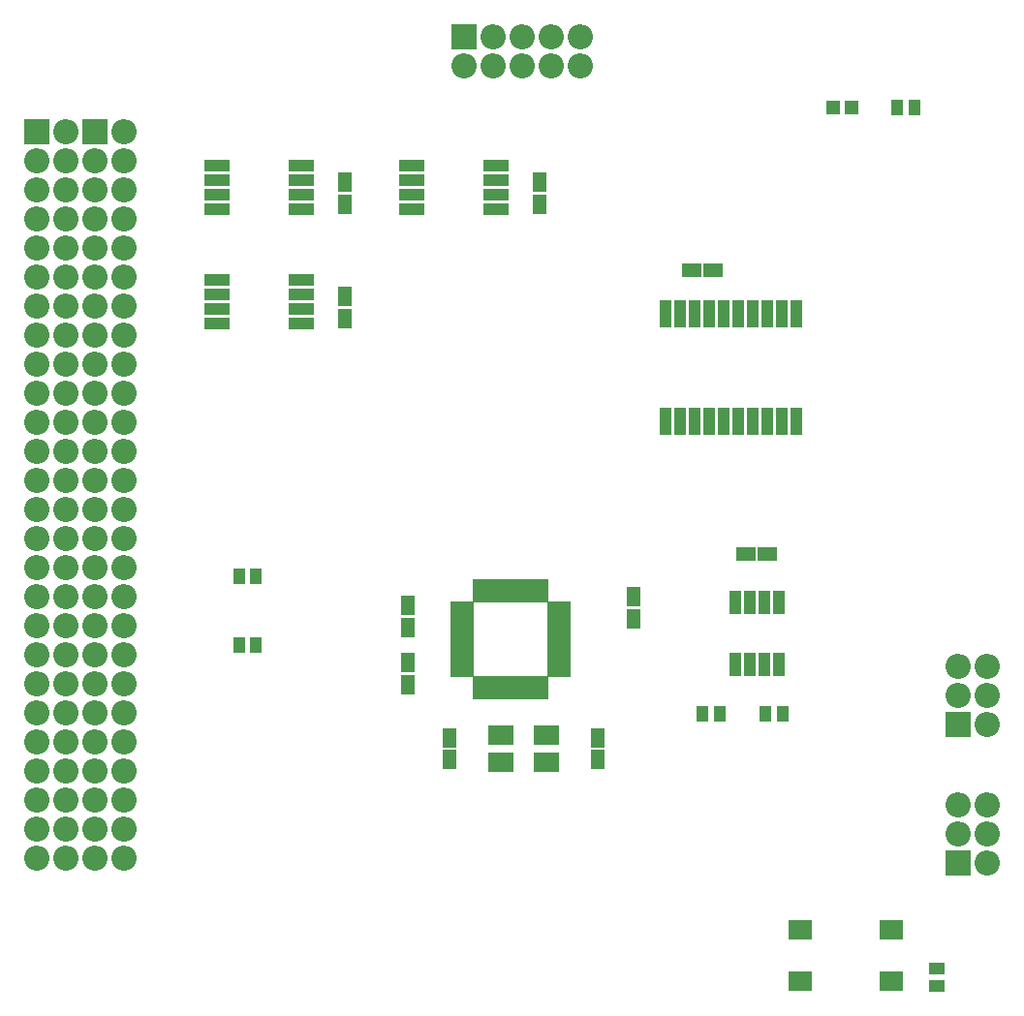
<source format=gbr>
G04 #@! TF.FileFunction,Soldermask,Bot*
%FSLAX46Y46*%
G04 Gerber Fmt 4.6, Leading zero omitted, Abs format (unit mm)*
G04 Created by KiCad (PCBNEW 4.0.7) date 02/17/18 20:59:13*
%MOMM*%
%LPD*%
G01*
G04 APERTURE LIST*
%ADD10C,0.100000*%
%ADD11R,2.200000X2.200000*%
%ADD12O,2.200000X2.200000*%
%ADD13R,1.250000X1.700000*%
%ADD14R,1.700000X1.250000*%
%ADD15R,1.300000X1.300000*%
%ADD16R,1.100000X2.450000*%
%ADD17R,1.000000X1.400000*%
%ADD18R,1.400000X1.000000*%
%ADD19R,2.050000X1.800000*%
%ADD20R,1.100000X2.050000*%
%ADD21R,2.100000X1.050000*%
%ADD22R,1.050000X2.100000*%
%ADD23R,2.250000X1.050000*%
%ADD24R,2.300000X1.700000*%
G04 APERTURE END LIST*
D10*
D11*
X110670000Y-62080000D03*
D12*
X113210000Y-62080000D03*
X110670000Y-64620000D03*
X113210000Y-64620000D03*
X110670000Y-67160000D03*
X113210000Y-67160000D03*
X110670000Y-69700000D03*
X113210000Y-69700000D03*
X110670000Y-72240000D03*
X113210000Y-72240000D03*
X110670000Y-74780000D03*
X113210000Y-74780000D03*
X110670000Y-77320000D03*
X113210000Y-77320000D03*
X110670000Y-79860000D03*
X113210000Y-79860000D03*
X110670000Y-82400000D03*
X113210000Y-82400000D03*
X110670000Y-84940000D03*
X113210000Y-84940000D03*
X110670000Y-87480000D03*
X113210000Y-87480000D03*
X110670000Y-90020000D03*
X113210000Y-90020000D03*
X110670000Y-92560000D03*
X113210000Y-92560000D03*
X110670000Y-95100000D03*
X113210000Y-95100000D03*
X110670000Y-97640000D03*
X113210000Y-97640000D03*
X110670000Y-100180000D03*
X113210000Y-100180000D03*
X110670000Y-102720000D03*
X113210000Y-102720000D03*
X110670000Y-105260000D03*
X113210000Y-105260000D03*
X110670000Y-107800000D03*
X113210000Y-107800000D03*
X110670000Y-110340000D03*
X113210000Y-110340000D03*
X110670000Y-112880000D03*
X113210000Y-112880000D03*
X110670000Y-115420000D03*
X113210000Y-115420000D03*
X110670000Y-117960000D03*
X113210000Y-117960000D03*
X110670000Y-120500000D03*
X113210000Y-120500000D03*
X110670000Y-123040000D03*
X113210000Y-123040000D03*
X110670000Y-125580000D03*
X113210000Y-125580000D03*
D11*
X105590000Y-62080000D03*
D12*
X108130000Y-62080000D03*
X105590000Y-64620000D03*
X108130000Y-64620000D03*
X105590000Y-67160000D03*
X108130000Y-67160000D03*
X105590000Y-69700000D03*
X108130000Y-69700000D03*
X105590000Y-72240000D03*
X108130000Y-72240000D03*
X105590000Y-74780000D03*
X108130000Y-74780000D03*
X105590000Y-77320000D03*
X108130000Y-77320000D03*
X105590000Y-79860000D03*
X108130000Y-79860000D03*
X105590000Y-82400000D03*
X108130000Y-82400000D03*
X105590000Y-84940000D03*
X108130000Y-84940000D03*
X105590000Y-87480000D03*
X108130000Y-87480000D03*
X105590000Y-90020000D03*
X108130000Y-90020000D03*
X105590000Y-92560000D03*
X108130000Y-92560000D03*
X105590000Y-95100000D03*
X108130000Y-95100000D03*
X105590000Y-97640000D03*
X108130000Y-97640000D03*
X105590000Y-100180000D03*
X108130000Y-100180000D03*
X105590000Y-102720000D03*
X108130000Y-102720000D03*
X105590000Y-105260000D03*
X108130000Y-105260000D03*
X105590000Y-107800000D03*
X108130000Y-107800000D03*
X105590000Y-110340000D03*
X108130000Y-110340000D03*
X105590000Y-112880000D03*
X108130000Y-112880000D03*
X105590000Y-115420000D03*
X108130000Y-115420000D03*
X105590000Y-117960000D03*
X108130000Y-117960000D03*
X105590000Y-120500000D03*
X108130000Y-120500000D03*
X105590000Y-123040000D03*
X108130000Y-123040000D03*
X105590000Y-125580000D03*
X108130000Y-125580000D03*
D13*
X138000000Y-110450000D03*
X138000000Y-108550000D03*
X157750000Y-102775000D03*
X157750000Y-104675000D03*
X138000000Y-105450000D03*
X138000000Y-103550000D03*
D14*
X167550000Y-99000000D03*
X169450000Y-99000000D03*
D13*
X149500000Y-66550000D03*
X149500000Y-68450000D03*
X132500000Y-66550000D03*
X132500000Y-68450000D03*
X132500000Y-76550000D03*
X132500000Y-78450000D03*
X154625000Y-115075000D03*
X154625000Y-116975000D03*
X141625000Y-116975000D03*
X141625000Y-115075000D03*
D14*
X162800000Y-74250000D03*
X164700000Y-74250000D03*
D15*
X176800000Y-60000000D03*
X175200000Y-60000000D03*
D16*
X160535000Y-78050000D03*
X161805000Y-78050000D03*
X163075000Y-78050000D03*
X164345000Y-78050000D03*
X165615000Y-78050000D03*
X166885000Y-78050000D03*
X168155000Y-78050000D03*
X169425000Y-78050000D03*
X170695000Y-78050000D03*
X171965000Y-78050000D03*
X171965000Y-87450000D03*
X170695000Y-87450000D03*
X169425000Y-87450000D03*
X168155000Y-87450000D03*
X166885000Y-87450000D03*
X165615000Y-87450000D03*
X164345000Y-87450000D03*
X163075000Y-87450000D03*
X161805000Y-87450000D03*
X160535000Y-87450000D03*
D17*
X165250000Y-113000000D03*
X163750000Y-113000000D03*
X169250000Y-113000000D03*
X170750000Y-113000000D03*
D18*
X184250000Y-136800000D03*
X184250000Y-135300000D03*
D17*
X123250000Y-101000000D03*
X124750000Y-101000000D03*
X123250000Y-107000000D03*
X124750000Y-107000000D03*
X182250000Y-60000000D03*
X180750000Y-60000000D03*
D19*
X172325000Y-136345554D03*
X180275000Y-136345554D03*
X172325000Y-131845554D03*
X180275000Y-131845554D03*
D20*
X166595000Y-103300000D03*
X167865000Y-103300000D03*
X169135000Y-103300000D03*
X170405000Y-103300000D03*
X170405000Y-108700000D03*
X169135000Y-108700000D03*
X167865000Y-108700000D03*
X166595000Y-108700000D03*
D21*
X151250000Y-103700000D03*
X151250000Y-104500000D03*
X151250000Y-105300000D03*
X151250000Y-106100000D03*
X151250000Y-106900000D03*
X151250000Y-107700000D03*
X151250000Y-108500000D03*
X151250000Y-109300000D03*
D22*
X149800000Y-110750000D03*
X149000000Y-110750000D03*
X148200000Y-110750000D03*
X147400000Y-110750000D03*
X146600000Y-110750000D03*
X145800000Y-110750000D03*
X145000000Y-110750000D03*
X144200000Y-110750000D03*
D21*
X142750000Y-109300000D03*
X142750000Y-108500000D03*
X142750000Y-107700000D03*
X142750000Y-106900000D03*
X142750000Y-106100000D03*
X142750000Y-105300000D03*
X142750000Y-104500000D03*
X142750000Y-103700000D03*
D22*
X144200000Y-102250000D03*
X145000000Y-102250000D03*
X145800000Y-102250000D03*
X146600000Y-102250000D03*
X147400000Y-102250000D03*
X148200000Y-102250000D03*
X149000000Y-102250000D03*
X149800000Y-102250000D03*
D23*
X138300000Y-68905000D03*
X138300000Y-67635000D03*
X138300000Y-66365000D03*
X138300000Y-65095000D03*
X145700000Y-65095000D03*
X145700000Y-66365000D03*
X145700000Y-67635000D03*
X145700000Y-68905000D03*
X121300000Y-68905000D03*
X121300000Y-67635000D03*
X121300000Y-66365000D03*
X121300000Y-65095000D03*
X128700000Y-65095000D03*
X128700000Y-66365000D03*
X128700000Y-67635000D03*
X128700000Y-68905000D03*
X121300000Y-78905000D03*
X121300000Y-77635000D03*
X121300000Y-76365000D03*
X121300000Y-75095000D03*
X128700000Y-75095000D03*
X128700000Y-76365000D03*
X128700000Y-77635000D03*
X128700000Y-78905000D03*
D24*
X150125000Y-117225000D03*
X146125000Y-117225000D03*
X146125000Y-114825000D03*
X150125000Y-114825000D03*
D11*
X142920000Y-53820000D03*
D12*
X142920000Y-56360000D03*
X145460000Y-53820000D03*
X145460000Y-56360000D03*
X148000000Y-53820000D03*
X148000000Y-56360000D03*
X150540000Y-53820000D03*
X150540000Y-56360000D03*
X153080000Y-53820000D03*
X153080000Y-56360000D03*
D11*
X186060000Y-126000000D03*
D12*
X188600000Y-126000000D03*
X186060000Y-123460000D03*
X188600000Y-123460000D03*
X186060000Y-120920000D03*
X188600000Y-120920000D03*
D11*
X186100000Y-113940000D03*
D12*
X188640000Y-113940000D03*
X186100000Y-111400000D03*
X188640000Y-111400000D03*
X186100000Y-108860000D03*
X188640000Y-108860000D03*
M02*

</source>
